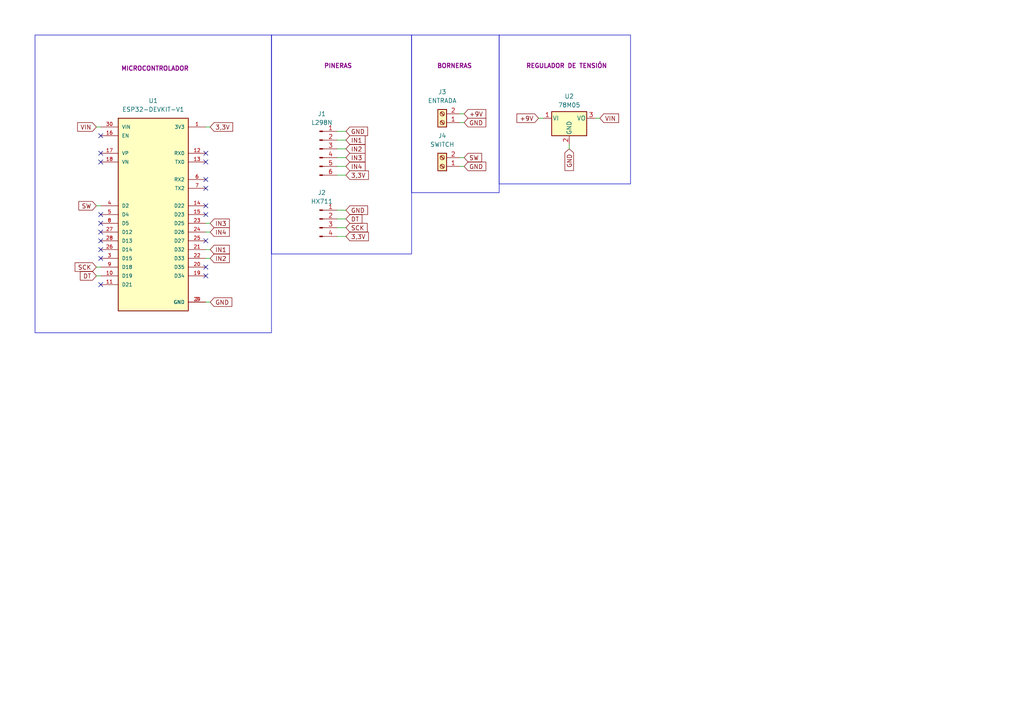
<source format=kicad_sch>
(kicad_sch
	(version 20231120)
	(generator "eeschema")
	(generator_version "8.0")
	(uuid "40b9939b-ef49-4794-951d-b625037df925")
	(paper "A4")
	(lib_symbols
		(symbol "Connector:Conn_01x04_Pin"
			(pin_names
				(offset 1.016) hide)
			(exclude_from_sim no)
			(in_bom yes)
			(on_board yes)
			(property "Reference" "J"
				(at 0 5.08 0)
				(effects
					(font
						(size 1.27 1.27)
					)
				)
			)
			(property "Value" "Conn_01x04_Pin"
				(at 0 -7.62 0)
				(effects
					(font
						(size 1.27 1.27)
					)
				)
			)
			(property "Footprint" ""
				(at 0 0 0)
				(effects
					(font
						(size 1.27 1.27)
					)
					(hide yes)
				)
			)
			(property "Datasheet" "~"
				(at 0 0 0)
				(effects
					(font
						(size 1.27 1.27)
					)
					(hide yes)
				)
			)
			(property "Description" "Generic connector, single row, 01x04, script generated"
				(at 0 0 0)
				(effects
					(font
						(size 1.27 1.27)
					)
					(hide yes)
				)
			)
			(property "ki_locked" ""
				(at 0 0 0)
				(effects
					(font
						(size 1.27 1.27)
					)
				)
			)
			(property "ki_keywords" "connector"
				(at 0 0 0)
				(effects
					(font
						(size 1.27 1.27)
					)
					(hide yes)
				)
			)
			(property "ki_fp_filters" "Connector*:*_1x??_*"
				(at 0 0 0)
				(effects
					(font
						(size 1.27 1.27)
					)
					(hide yes)
				)
			)
			(symbol "Conn_01x04_Pin_1_1"
				(polyline
					(pts
						(xy 1.27 -5.08) (xy 0.8636 -5.08)
					)
					(stroke
						(width 0.1524)
						(type default)
					)
					(fill
						(type none)
					)
				)
				(polyline
					(pts
						(xy 1.27 -2.54) (xy 0.8636 -2.54)
					)
					(stroke
						(width 0.1524)
						(type default)
					)
					(fill
						(type none)
					)
				)
				(polyline
					(pts
						(xy 1.27 0) (xy 0.8636 0)
					)
					(stroke
						(width 0.1524)
						(type default)
					)
					(fill
						(type none)
					)
				)
				(polyline
					(pts
						(xy 1.27 2.54) (xy 0.8636 2.54)
					)
					(stroke
						(width 0.1524)
						(type default)
					)
					(fill
						(type none)
					)
				)
				(rectangle
					(start 0.8636 -4.953)
					(end 0 -5.207)
					(stroke
						(width 0.1524)
						(type default)
					)
					(fill
						(type outline)
					)
				)
				(rectangle
					(start 0.8636 -2.413)
					(end 0 -2.667)
					(stroke
						(width 0.1524)
						(type default)
					)
					(fill
						(type outline)
					)
				)
				(rectangle
					(start 0.8636 0.127)
					(end 0 -0.127)
					(stroke
						(width 0.1524)
						(type default)
					)
					(fill
						(type outline)
					)
				)
				(rectangle
					(start 0.8636 2.667)
					(end 0 2.413)
					(stroke
						(width 0.1524)
						(type default)
					)
					(fill
						(type outline)
					)
				)
				(pin passive line
					(at 5.08 2.54 180)
					(length 3.81)
					(name "Pin_1"
						(effects
							(font
								(size 1.27 1.27)
							)
						)
					)
					(number "1"
						(effects
							(font
								(size 1.27 1.27)
							)
						)
					)
				)
				(pin passive line
					(at 5.08 0 180)
					(length 3.81)
					(name "Pin_2"
						(effects
							(font
								(size 1.27 1.27)
							)
						)
					)
					(number "2"
						(effects
							(font
								(size 1.27 1.27)
							)
						)
					)
				)
				(pin passive line
					(at 5.08 -2.54 180)
					(length 3.81)
					(name "Pin_3"
						(effects
							(font
								(size 1.27 1.27)
							)
						)
					)
					(number "3"
						(effects
							(font
								(size 1.27 1.27)
							)
						)
					)
				)
				(pin passive line
					(at 5.08 -5.08 180)
					(length 3.81)
					(name "Pin_4"
						(effects
							(font
								(size 1.27 1.27)
							)
						)
					)
					(number "4"
						(effects
							(font
								(size 1.27 1.27)
							)
						)
					)
				)
			)
		)
		(symbol "Connector:Conn_01x06_Pin"
			(pin_names
				(offset 1.016) hide)
			(exclude_from_sim no)
			(in_bom yes)
			(on_board yes)
			(property "Reference" "J"
				(at 0 7.62 0)
				(effects
					(font
						(size 1.27 1.27)
					)
				)
			)
			(property "Value" "Conn_01x06_Pin"
				(at 0 -10.16 0)
				(effects
					(font
						(size 1.27 1.27)
					)
				)
			)
			(property "Footprint" ""
				(at 0 0 0)
				(effects
					(font
						(size 1.27 1.27)
					)
					(hide yes)
				)
			)
			(property "Datasheet" "~"
				(at 0 0 0)
				(effects
					(font
						(size 1.27 1.27)
					)
					(hide yes)
				)
			)
			(property "Description" "Generic connector, single row, 01x06, script generated"
				(at 0 0 0)
				(effects
					(font
						(size 1.27 1.27)
					)
					(hide yes)
				)
			)
			(property "ki_locked" ""
				(at 0 0 0)
				(effects
					(font
						(size 1.27 1.27)
					)
				)
			)
			(property "ki_keywords" "connector"
				(at 0 0 0)
				(effects
					(font
						(size 1.27 1.27)
					)
					(hide yes)
				)
			)
			(property "ki_fp_filters" "Connector*:*_1x??_*"
				(at 0 0 0)
				(effects
					(font
						(size 1.27 1.27)
					)
					(hide yes)
				)
			)
			(symbol "Conn_01x06_Pin_1_1"
				(polyline
					(pts
						(xy 1.27 -7.62) (xy 0.8636 -7.62)
					)
					(stroke
						(width 0.1524)
						(type default)
					)
					(fill
						(type none)
					)
				)
				(polyline
					(pts
						(xy 1.27 -5.08) (xy 0.8636 -5.08)
					)
					(stroke
						(width 0.1524)
						(type default)
					)
					(fill
						(type none)
					)
				)
				(polyline
					(pts
						(xy 1.27 -2.54) (xy 0.8636 -2.54)
					)
					(stroke
						(width 0.1524)
						(type default)
					)
					(fill
						(type none)
					)
				)
				(polyline
					(pts
						(xy 1.27 0) (xy 0.8636 0)
					)
					(stroke
						(width 0.1524)
						(type default)
					)
					(fill
						(type none)
					)
				)
				(polyline
					(pts
						(xy 1.27 2.54) (xy 0.8636 2.54)
					)
					(stroke
						(width 0.1524)
						(type default)
					)
					(fill
						(type none)
					)
				)
				(polyline
					(pts
						(xy 1.27 5.08) (xy 0.8636 5.08)
					)
					(stroke
						(width 0.1524)
						(type default)
					)
					(fill
						(type none)
					)
				)
				(rectangle
					(start 0.8636 -7.493)
					(end 0 -7.747)
					(stroke
						(width 0.1524)
						(type default)
					)
					(fill
						(type outline)
					)
				)
				(rectangle
					(start 0.8636 -4.953)
					(end 0 -5.207)
					(stroke
						(width 0.1524)
						(type default)
					)
					(fill
						(type outline)
					)
				)
				(rectangle
					(start 0.8636 -2.413)
					(end 0 -2.667)
					(stroke
						(width 0.1524)
						(type default)
					)
					(fill
						(type outline)
					)
				)
				(rectangle
					(start 0.8636 0.127)
					(end 0 -0.127)
					(stroke
						(width 0.1524)
						(type default)
					)
					(fill
						(type outline)
					)
				)
				(rectangle
					(start 0.8636 2.667)
					(end 0 2.413)
					(stroke
						(width 0.1524)
						(type default)
					)
					(fill
						(type outline)
					)
				)
				(rectangle
					(start 0.8636 5.207)
					(end 0 4.953)
					(stroke
						(width 0.1524)
						(type default)
					)
					(fill
						(type outline)
					)
				)
				(pin passive line
					(at 5.08 5.08 180)
					(length 3.81)
					(name "Pin_1"
						(effects
							(font
								(size 1.27 1.27)
							)
						)
					)
					(number "1"
						(effects
							(font
								(size 1.27 1.27)
							)
						)
					)
				)
				(pin passive line
					(at 5.08 2.54 180)
					(length 3.81)
					(name "Pin_2"
						(effects
							(font
								(size 1.27 1.27)
							)
						)
					)
					(number "2"
						(effects
							(font
								(size 1.27 1.27)
							)
						)
					)
				)
				(pin passive line
					(at 5.08 0 180)
					(length 3.81)
					(name "Pin_3"
						(effects
							(font
								(size 1.27 1.27)
							)
						)
					)
					(number "3"
						(effects
							(font
								(size 1.27 1.27)
							)
						)
					)
				)
				(pin passive line
					(at 5.08 -2.54 180)
					(length 3.81)
					(name "Pin_4"
						(effects
							(font
								(size 1.27 1.27)
							)
						)
					)
					(number "4"
						(effects
							(font
								(size 1.27 1.27)
							)
						)
					)
				)
				(pin passive line
					(at 5.08 -5.08 180)
					(length 3.81)
					(name "Pin_5"
						(effects
							(font
								(size 1.27 1.27)
							)
						)
					)
					(number "5"
						(effects
							(font
								(size 1.27 1.27)
							)
						)
					)
				)
				(pin passive line
					(at 5.08 -7.62 180)
					(length 3.81)
					(name "Pin_6"
						(effects
							(font
								(size 1.27 1.27)
							)
						)
					)
					(number "6"
						(effects
							(font
								(size 1.27 1.27)
							)
						)
					)
				)
			)
		)
		(symbol "Connector:Screw_Terminal_01x02"
			(pin_names
				(offset 1.016) hide)
			(exclude_from_sim no)
			(in_bom yes)
			(on_board yes)
			(property "Reference" "J"
				(at 0 2.54 0)
				(effects
					(font
						(size 1.27 1.27)
					)
				)
			)
			(property "Value" "Screw_Terminal_01x02"
				(at 0 -5.08 0)
				(effects
					(font
						(size 1.27 1.27)
					)
				)
			)
			(property "Footprint" ""
				(at 0 0 0)
				(effects
					(font
						(size 1.27 1.27)
					)
					(hide yes)
				)
			)
			(property "Datasheet" "~"
				(at 0 0 0)
				(effects
					(font
						(size 1.27 1.27)
					)
					(hide yes)
				)
			)
			(property "Description" "Generic screw terminal, single row, 01x02, script generated (kicad-library-utils/schlib/autogen/connector/)"
				(at 0 0 0)
				(effects
					(font
						(size 1.27 1.27)
					)
					(hide yes)
				)
			)
			(property "ki_keywords" "screw terminal"
				(at 0 0 0)
				(effects
					(font
						(size 1.27 1.27)
					)
					(hide yes)
				)
			)
			(property "ki_fp_filters" "TerminalBlock*:*"
				(at 0 0 0)
				(effects
					(font
						(size 1.27 1.27)
					)
					(hide yes)
				)
			)
			(symbol "Screw_Terminal_01x02_1_1"
				(rectangle
					(start -1.27 1.27)
					(end 1.27 -3.81)
					(stroke
						(width 0.254)
						(type default)
					)
					(fill
						(type background)
					)
				)
				(circle
					(center 0 -2.54)
					(radius 0.635)
					(stroke
						(width 0.1524)
						(type default)
					)
					(fill
						(type none)
					)
				)
				(polyline
					(pts
						(xy -0.5334 -2.2098) (xy 0.3302 -3.048)
					)
					(stroke
						(width 0.1524)
						(type default)
					)
					(fill
						(type none)
					)
				)
				(polyline
					(pts
						(xy -0.5334 0.3302) (xy 0.3302 -0.508)
					)
					(stroke
						(width 0.1524)
						(type default)
					)
					(fill
						(type none)
					)
				)
				(polyline
					(pts
						(xy -0.3556 -2.032) (xy 0.508 -2.8702)
					)
					(stroke
						(width 0.1524)
						(type default)
					)
					(fill
						(type none)
					)
				)
				(polyline
					(pts
						(xy -0.3556 0.508) (xy 0.508 -0.3302)
					)
					(stroke
						(width 0.1524)
						(type default)
					)
					(fill
						(type none)
					)
				)
				(circle
					(center 0 0)
					(radius 0.635)
					(stroke
						(width 0.1524)
						(type default)
					)
					(fill
						(type none)
					)
				)
				(pin passive line
					(at -5.08 0 0)
					(length 3.81)
					(name "Pin_1"
						(effects
							(font
								(size 1.27 1.27)
							)
						)
					)
					(number "1"
						(effects
							(font
								(size 1.27 1.27)
							)
						)
					)
				)
				(pin passive line
					(at -5.08 -2.54 0)
					(length 3.81)
					(name "Pin_2"
						(effects
							(font
								(size 1.27 1.27)
							)
						)
					)
					(number "2"
						(effects
							(font
								(size 1.27 1.27)
							)
						)
					)
				)
			)
		)
		(symbol "ESP32-DEVKIT-V1:ESP32-DEVKIT-V1"
			(pin_names
				(offset 1.016)
			)
			(exclude_from_sim no)
			(in_bom yes)
			(on_board yes)
			(property "Reference" "U"
				(at -10.16 30.48 0)
				(effects
					(font
						(size 1.27 1.27)
					)
					(justify left top)
				)
			)
			(property "Value" "ESP32-DEVKIT-V1"
				(at -10.16 -30.48 0)
				(effects
					(font
						(size 1.27 1.27)
					)
					(justify left bottom)
				)
			)
			(property "Footprint" "ESP32-DEVKIT-V1:MODULE_ESP32_DEVKIT_V1"
				(at 0 0 0)
				(effects
					(font
						(size 1.27 1.27)
					)
					(justify bottom)
					(hide yes)
				)
			)
			(property "Datasheet" ""
				(at 0 0 0)
				(effects
					(font
						(size 1.27 1.27)
					)
					(hide yes)
				)
			)
			(property "Description" ""
				(at 0 0 0)
				(effects
					(font
						(size 1.27 1.27)
					)
					(hide yes)
				)
			)
			(property "MF" "Do it"
				(at 0 0 0)
				(effects
					(font
						(size 1.27 1.27)
					)
					(justify bottom)
					(hide yes)
				)
			)
			(property "MAXIMUM_PACKAGE_HEIGHT" "6.8 mm"
				(at 0 0 0)
				(effects
					(font
						(size 1.27 1.27)
					)
					(justify bottom)
					(hide yes)
				)
			)
			(property "Package" "None"
				(at 0 0 0)
				(effects
					(font
						(size 1.27 1.27)
					)
					(justify bottom)
					(hide yes)
				)
			)
			(property "Price" "None"
				(at 0 0 0)
				(effects
					(font
						(size 1.27 1.27)
					)
					(justify bottom)
					(hide yes)
				)
			)
			(property "Check_prices" "https://www.snapeda.com/parts/ESP32-DEVKIT-V1/Do+it/view-part/?ref=eda"
				(at 0 0 0)
				(effects
					(font
						(size 1.27 1.27)
					)
					(justify bottom)
					(hide yes)
				)
			)
			(property "STANDARD" "Manufacturer Recommendations"
				(at 0 0 0)
				(effects
					(font
						(size 1.27 1.27)
					)
					(justify bottom)
					(hide yes)
				)
			)
			(property "PARTREV" "N/A"
				(at 0 0 0)
				(effects
					(font
						(size 1.27 1.27)
					)
					(justify bottom)
					(hide yes)
				)
			)
			(property "SnapEDA_Link" "https://www.snapeda.com/parts/ESP32-DEVKIT-V1/Do+it/view-part/?ref=snap"
				(at 0 0 0)
				(effects
					(font
						(size 1.27 1.27)
					)
					(justify bottom)
					(hide yes)
				)
			)
			(property "MP" "ESP32-DEVKIT-V1"
				(at 0 0 0)
				(effects
					(font
						(size 1.27 1.27)
					)
					(justify bottom)
					(hide yes)
				)
			)
			(property "Description_1" "\n                        \n                            Dual core, Wi-Fi: 2.4 GHz up to 150 Mbits/s,BLE (Bluetooth Low Energy) and legacy Bluetooth, 32 bits, Up to 240 MHz\n                        \n"
				(at 0 0 0)
				(effects
					(font
						(size 1.27 1.27)
					)
					(justify bottom)
					(hide yes)
				)
			)
			(property "Availability" "Not in stock"
				(at 0 0 0)
				(effects
					(font
						(size 1.27 1.27)
					)
					(justify bottom)
					(hide yes)
				)
			)
			(property "MANUFACTURER" "DOIT"
				(at 0 0 0)
				(effects
					(font
						(size 1.27 1.27)
					)
					(justify bottom)
					(hide yes)
				)
			)
			(symbol "ESP32-DEVKIT-V1_0_0"
				(rectangle
					(start -10.16 -27.94)
					(end 10.16 27.94)
					(stroke
						(width 0.254)
						(type default)
					)
					(fill
						(type background)
					)
				)
				(pin output line
					(at 15.24 25.4 180)
					(length 5.08)
					(name "3V3"
						(effects
							(font
								(size 1.016 1.016)
							)
						)
					)
					(number "1"
						(effects
							(font
								(size 1.016 1.016)
							)
						)
					)
				)
				(pin bidirectional line
					(at -15.24 -17.78 0)
					(length 5.08)
					(name "D19"
						(effects
							(font
								(size 1.016 1.016)
							)
						)
					)
					(number "10"
						(effects
							(font
								(size 1.016 1.016)
							)
						)
					)
				)
				(pin bidirectional line
					(at -15.24 -20.32 0)
					(length 5.08)
					(name "D21"
						(effects
							(font
								(size 1.016 1.016)
							)
						)
					)
					(number "11"
						(effects
							(font
								(size 1.016 1.016)
							)
						)
					)
				)
				(pin input line
					(at 15.24 17.78 180)
					(length 5.08)
					(name "RX0"
						(effects
							(font
								(size 1.016 1.016)
							)
						)
					)
					(number "12"
						(effects
							(font
								(size 1.016 1.016)
							)
						)
					)
				)
				(pin output line
					(at 15.24 15.24 180)
					(length 5.08)
					(name "TX0"
						(effects
							(font
								(size 1.016 1.016)
							)
						)
					)
					(number "13"
						(effects
							(font
								(size 1.016 1.016)
							)
						)
					)
				)
				(pin bidirectional line
					(at 15.24 2.54 180)
					(length 5.08)
					(name "D22"
						(effects
							(font
								(size 1.016 1.016)
							)
						)
					)
					(number "14"
						(effects
							(font
								(size 1.016 1.016)
							)
						)
					)
				)
				(pin bidirectional line
					(at 15.24 0 180)
					(length 5.08)
					(name "D23"
						(effects
							(font
								(size 1.016 1.016)
							)
						)
					)
					(number "15"
						(effects
							(font
								(size 1.016 1.016)
							)
						)
					)
				)
				(pin input line
					(at -15.24 22.86 0)
					(length 5.08)
					(name "EN"
						(effects
							(font
								(size 1.016 1.016)
							)
						)
					)
					(number "16"
						(effects
							(font
								(size 1.016 1.016)
							)
						)
					)
				)
				(pin bidirectional line
					(at -15.24 17.78 0)
					(length 5.08)
					(name "VP"
						(effects
							(font
								(size 1.016 1.016)
							)
						)
					)
					(number "17"
						(effects
							(font
								(size 1.016 1.016)
							)
						)
					)
				)
				(pin bidirectional line
					(at -15.24 15.24 0)
					(length 5.08)
					(name "VN"
						(effects
							(font
								(size 1.016 1.016)
							)
						)
					)
					(number "18"
						(effects
							(font
								(size 1.016 1.016)
							)
						)
					)
				)
				(pin bidirectional line
					(at 15.24 -17.78 180)
					(length 5.08)
					(name "D34"
						(effects
							(font
								(size 1.016 1.016)
							)
						)
					)
					(number "19"
						(effects
							(font
								(size 1.016 1.016)
							)
						)
					)
				)
				(pin power_in line
					(at 15.24 -25.4 180)
					(length 5.08)
					(name "GND"
						(effects
							(font
								(size 1.016 1.016)
							)
						)
					)
					(number "2"
						(effects
							(font
								(size 1.016 1.016)
							)
						)
					)
				)
				(pin bidirectional line
					(at 15.24 -15.24 180)
					(length 5.08)
					(name "D35"
						(effects
							(font
								(size 1.016 1.016)
							)
						)
					)
					(number "20"
						(effects
							(font
								(size 1.016 1.016)
							)
						)
					)
				)
				(pin bidirectional line
					(at 15.24 -10.16 180)
					(length 5.08)
					(name "D32"
						(effects
							(font
								(size 1.016 1.016)
							)
						)
					)
					(number "21"
						(effects
							(font
								(size 1.016 1.016)
							)
						)
					)
				)
				(pin bidirectional line
					(at 15.24 -12.7 180)
					(length 5.08)
					(name "D33"
						(effects
							(font
								(size 1.016 1.016)
							)
						)
					)
					(number "22"
						(effects
							(font
								(size 1.016 1.016)
							)
						)
					)
				)
				(pin bidirectional line
					(at 15.24 -2.54 180)
					(length 5.08)
					(name "D25"
						(effects
							(font
								(size 1.016 1.016)
							)
						)
					)
					(number "23"
						(effects
							(font
								(size 1.016 1.016)
							)
						)
					)
				)
				(pin bidirectional line
					(at 15.24 -5.08 180)
					(length 5.08)
					(name "D26"
						(effects
							(font
								(size 1.016 1.016)
							)
						)
					)
					(number "24"
						(effects
							(font
								(size 1.016 1.016)
							)
						)
					)
				)
				(pin bidirectional line
					(at 15.24 -7.62 180)
					(length 5.08)
					(name "D27"
						(effects
							(font
								(size 1.016 1.016)
							)
						)
					)
					(number "25"
						(effects
							(font
								(size 1.016 1.016)
							)
						)
					)
				)
				(pin bidirectional line
					(at -15.24 -10.16 0)
					(length 5.08)
					(name "D14"
						(effects
							(font
								(size 1.016 1.016)
							)
						)
					)
					(number "26"
						(effects
							(font
								(size 1.016 1.016)
							)
						)
					)
				)
				(pin bidirectional line
					(at -15.24 -5.08 0)
					(length 5.08)
					(name "D12"
						(effects
							(font
								(size 1.016 1.016)
							)
						)
					)
					(number "27"
						(effects
							(font
								(size 1.016 1.016)
							)
						)
					)
				)
				(pin bidirectional line
					(at -15.24 -7.62 0)
					(length 5.08)
					(name "D13"
						(effects
							(font
								(size 1.016 1.016)
							)
						)
					)
					(number "28"
						(effects
							(font
								(size 1.016 1.016)
							)
						)
					)
				)
				(pin power_in line
					(at 15.24 -25.4 180)
					(length 5.08)
					(name "GND"
						(effects
							(font
								(size 1.016 1.016)
							)
						)
					)
					(number "29"
						(effects
							(font
								(size 1.016 1.016)
							)
						)
					)
				)
				(pin bidirectional line
					(at -15.24 -12.7 0)
					(length 5.08)
					(name "D15"
						(effects
							(font
								(size 1.016 1.016)
							)
						)
					)
					(number "3"
						(effects
							(font
								(size 1.016 1.016)
							)
						)
					)
				)
				(pin input line
					(at -15.24 25.4 0)
					(length 5.08)
					(name "VIN"
						(effects
							(font
								(size 1.016 1.016)
							)
						)
					)
					(number "30"
						(effects
							(font
								(size 1.016 1.016)
							)
						)
					)
				)
				(pin bidirectional line
					(at -15.24 2.54 0)
					(length 5.08)
					(name "D2"
						(effects
							(font
								(size 1.016 1.016)
							)
						)
					)
					(number "4"
						(effects
							(font
								(size 1.016 1.016)
							)
						)
					)
				)
				(pin bidirectional line
					(at -15.24 0 0)
					(length 5.08)
					(name "D4"
						(effects
							(font
								(size 1.016 1.016)
							)
						)
					)
					(number "5"
						(effects
							(font
								(size 1.016 1.016)
							)
						)
					)
				)
				(pin input line
					(at 15.24 10.16 180)
					(length 5.08)
					(name "RX2"
						(effects
							(font
								(size 1.016 1.016)
							)
						)
					)
					(number "6"
						(effects
							(font
								(size 1.016 1.016)
							)
						)
					)
				)
				(pin output line
					(at 15.24 7.62 180)
					(length 5.08)
					(name "TX2"
						(effects
							(font
								(size 1.016 1.016)
							)
						)
					)
					(number "7"
						(effects
							(font
								(size 1.016 1.016)
							)
						)
					)
				)
				(pin bidirectional line
					(at -15.24 -2.54 0)
					(length 5.08)
					(name "D5"
						(effects
							(font
								(size 1.016 1.016)
							)
						)
					)
					(number "8"
						(effects
							(font
								(size 1.016 1.016)
							)
						)
					)
				)
				(pin bidirectional line
					(at -15.24 -15.24 0)
					(length 5.08)
					(name "D18"
						(effects
							(font
								(size 1.016 1.016)
							)
						)
					)
					(number "9"
						(effects
							(font
								(size 1.016 1.016)
							)
						)
					)
				)
			)
		)
		(symbol "Regulator_Linear:KA78M05_TO252"
			(pin_names
				(offset 0.254)
			)
			(exclude_from_sim no)
			(in_bom yes)
			(on_board yes)
			(property "Reference" "U"
				(at -3.81 3.175 0)
				(effects
					(font
						(size 1.27 1.27)
					)
				)
			)
			(property "Value" "KA78M05_TO252"
				(at 0 3.175 0)
				(effects
					(font
						(size 1.27 1.27)
					)
					(justify left)
				)
			)
			(property "Footprint" "Package_TO_SOT_SMD:TO-252-2"
				(at 0 5.715 0)
				(effects
					(font
						(size 1.27 1.27)
						(italic yes)
					)
					(hide yes)
				)
			)
			(property "Datasheet" "https://www.onsemi.com/pub/Collateral/MC78M00-D.PDF"
				(at 0 -1.27 0)
				(effects
					(font
						(size 1.27 1.27)
					)
					(hide yes)
				)
			)
			(property "Description" "Positive 500mA 35V Linear Regulator, Fixed Output 5V, TO-252 (D-PAK)"
				(at 0 0 0)
				(effects
					(font
						(size 1.27 1.27)
					)
					(hide yes)
				)
			)
			(property "ki_keywords" "Voltage Regulator 500mA Positive"
				(at 0 0 0)
				(effects
					(font
						(size 1.27 1.27)
					)
					(hide yes)
				)
			)
			(property "ki_fp_filters" "TO?252*"
				(at 0 0 0)
				(effects
					(font
						(size 1.27 1.27)
					)
					(hide yes)
				)
			)
			(symbol "KA78M05_TO252_0_1"
				(rectangle
					(start -5.08 1.905)
					(end 5.08 -5.08)
					(stroke
						(width 0.254)
						(type default)
					)
					(fill
						(type background)
					)
				)
			)
			(symbol "KA78M05_TO252_1_1"
				(pin power_in line
					(at -7.62 0 0)
					(length 2.54)
					(name "VI"
						(effects
							(font
								(size 1.27 1.27)
							)
						)
					)
					(number "1"
						(effects
							(font
								(size 1.27 1.27)
							)
						)
					)
				)
				(pin power_in line
					(at 0 -7.62 90)
					(length 2.54)
					(name "GND"
						(effects
							(font
								(size 1.27 1.27)
							)
						)
					)
					(number "2"
						(effects
							(font
								(size 1.27 1.27)
							)
						)
					)
				)
				(pin power_out line
					(at 7.62 0 180)
					(length 2.54)
					(name "VO"
						(effects
							(font
								(size 1.27 1.27)
							)
						)
					)
					(number "3"
						(effects
							(font
								(size 1.27 1.27)
							)
						)
					)
				)
			)
		)
	)
	(no_connect
		(at 59.69 69.85)
		(uuid "1ee1dd61-605c-4b7c-ab3a-aa650140a5e3")
	)
	(no_connect
		(at 29.21 62.23)
		(uuid "214cb0ec-a3fb-471b-994b-7c81e6644fee")
	)
	(no_connect
		(at 59.69 46.99)
		(uuid "3d674412-48d2-4a57-9596-6c1256abf393")
	)
	(no_connect
		(at 59.69 77.47)
		(uuid "3fcd0c35-ea78-4475-a640-0ace9fdada62")
	)
	(no_connect
		(at 29.21 46.99)
		(uuid "48712c80-8c16-4c9e-b81b-08e8cbaba29e")
	)
	(no_connect
		(at 59.69 59.69)
		(uuid "51da4816-51f6-4315-a452-0c015be895d9")
	)
	(no_connect
		(at 29.21 69.85)
		(uuid "64e99b60-f2c3-4c2e-bf64-7f498c42ab3a")
	)
	(no_connect
		(at 59.69 62.23)
		(uuid "7dc8d543-af9f-4043-8b3a-5e5a954f1011")
	)
	(no_connect
		(at 29.21 72.39)
		(uuid "7f894e66-fdd6-4c81-a351-35e67ed06321")
	)
	(no_connect
		(at 29.21 74.93)
		(uuid "91bfd94d-abe6-4c03-9d6c-62c4d469ab6e")
	)
	(no_connect
		(at 59.69 80.01)
		(uuid "9c71291d-b8c6-4f2a-a2cf-fd60de512ab9")
	)
	(no_connect
		(at 59.69 54.61)
		(uuid "a96d6406-42a4-486a-b2b0-7537699505b2")
	)
	(no_connect
		(at 29.21 44.45)
		(uuid "b92ae2d1-2a1f-4327-8e94-546188689278")
	)
	(no_connect
		(at 29.21 39.37)
		(uuid "c67b2bed-c11c-4643-b608-fabbd28ca704")
	)
	(no_connect
		(at 29.21 67.31)
		(uuid "d305d061-8d5d-426f-aca3-64934e95d72b")
	)
	(no_connect
		(at 59.69 44.45)
		(uuid "d5b8023c-aa41-42e1-bed2-8708263c673c")
	)
	(no_connect
		(at 29.21 82.55)
		(uuid "d5d72f0b-d653-43d2-9451-e11c36dd52b2")
	)
	(no_connect
		(at 59.69 52.07)
		(uuid "d94b3f74-d487-4187-9b7f-b925a5a9519b")
	)
	(no_connect
		(at 29.21 64.77)
		(uuid "ee3d9513-a5c8-49d9-8b98-2e77c76569d4")
	)
	(wire
		(pts
			(xy 59.69 64.77) (xy 60.96 64.77)
		)
		(stroke
			(width 0)
			(type default)
		)
		(uuid "05748e94-57c3-41cb-ade9-7db69e670e36")
	)
	(wire
		(pts
			(xy 59.69 87.63) (xy 60.96 87.63)
		)
		(stroke
			(width 0)
			(type default)
		)
		(uuid "13e19b2f-6ba2-4e7c-8222-5663e3594060")
	)
	(wire
		(pts
			(xy 133.35 35.56) (xy 134.62 35.56)
		)
		(stroke
			(width 0)
			(type default)
		)
		(uuid "173cf3e9-ca1f-4a5e-bb61-29150f7d7131")
	)
	(wire
		(pts
			(xy 27.94 77.47) (xy 29.21 77.47)
		)
		(stroke
			(width 0)
			(type default)
		)
		(uuid "19d81aca-88fc-4643-8baf-f8392c7dd365")
	)
	(wire
		(pts
			(xy 59.69 74.93) (xy 60.96 74.93)
		)
		(stroke
			(width 0)
			(type default)
		)
		(uuid "222d9491-7c6a-4988-a336-35e5abb0c248")
	)
	(wire
		(pts
			(xy 133.35 48.26) (xy 134.62 48.26)
		)
		(stroke
			(width 0)
			(type default)
		)
		(uuid "277fbf33-615c-401b-be92-4f374ca66aa6")
	)
	(wire
		(pts
			(xy 156.21 34.29) (xy 157.48 34.29)
		)
		(stroke
			(width 0)
			(type default)
		)
		(uuid "2f61edc7-80c6-42b1-ab6d-2ba27963868c")
	)
	(wire
		(pts
			(xy 27.94 59.69) (xy 29.21 59.69)
		)
		(stroke
			(width 0)
			(type default)
		)
		(uuid "3aa0f32f-77ee-425d-beb1-1e064097a4a4")
	)
	(wire
		(pts
			(xy 97.79 38.1) (xy 100.33 38.1)
		)
		(stroke
			(width 0)
			(type default)
		)
		(uuid "43da61fa-b4eb-47c8-96ad-7d4974bed1df")
	)
	(wire
		(pts
			(xy 97.79 63.5) (xy 100.33 63.5)
		)
		(stroke
			(width 0)
			(type default)
		)
		(uuid "4ae919c4-408a-41a1-ad4a-a115ac26cd3f")
	)
	(wire
		(pts
			(xy 97.79 68.58) (xy 100.33 68.58)
		)
		(stroke
			(width 0)
			(type default)
		)
		(uuid "5eb3edbb-2ce5-4418-91c5-4fad4ffb1261")
	)
	(wire
		(pts
			(xy 133.35 45.72) (xy 134.62 45.72)
		)
		(stroke
			(width 0)
			(type default)
		)
		(uuid "63c6436f-ace1-4546-b85d-bd08b312f579")
	)
	(wire
		(pts
			(xy 97.79 45.72) (xy 100.33 45.72)
		)
		(stroke
			(width 0)
			(type default)
		)
		(uuid "68f327b0-cd4e-4d52-be2f-7d5abd5c70f1")
	)
	(wire
		(pts
			(xy 97.79 48.26) (xy 100.33 48.26)
		)
		(stroke
			(width 0)
			(type default)
		)
		(uuid "6cefd129-319e-473a-8090-dcff684baaeb")
	)
	(wire
		(pts
			(xy 97.79 43.18) (xy 100.33 43.18)
		)
		(stroke
			(width 0)
			(type default)
		)
		(uuid "7838b45c-2541-404a-98ea-2f7838a0b106")
	)
	(wire
		(pts
			(xy 59.69 36.83) (xy 60.96 36.83)
		)
		(stroke
			(width 0)
			(type default)
		)
		(uuid "8390fc04-9e94-4c93-bfb3-e14b82164cbe")
	)
	(wire
		(pts
			(xy 27.94 80.01) (xy 29.21 80.01)
		)
		(stroke
			(width 0)
			(type default)
		)
		(uuid "871c9a03-fabe-4f73-b15a-5c8ae0585711")
	)
	(wire
		(pts
			(xy 133.35 33.02) (xy 134.62 33.02)
		)
		(stroke
			(width 0)
			(type default)
		)
		(uuid "8dfd859f-937c-4b0a-ae9d-8d35b2830b38")
	)
	(wire
		(pts
			(xy 172.72 34.29) (xy 173.99 34.29)
		)
		(stroke
			(width 0)
			(type default)
		)
		(uuid "a0188004-ac80-476a-82d6-4316b051dad4")
	)
	(wire
		(pts
			(xy 97.79 50.8) (xy 100.33 50.8)
		)
		(stroke
			(width 0)
			(type default)
		)
		(uuid "a8f8e619-3eb9-42ec-95ee-40a5b4432df7")
	)
	(wire
		(pts
			(xy 97.79 40.64) (xy 100.33 40.64)
		)
		(stroke
			(width 0)
			(type default)
		)
		(uuid "a9a4b387-2e6c-46c2-b21f-10cd8906c319")
	)
	(wire
		(pts
			(xy 27.94 36.83) (xy 29.21 36.83)
		)
		(stroke
			(width 0)
			(type default)
		)
		(uuid "bc7edf72-0660-4312-9df9-ead38d1219e3")
	)
	(wire
		(pts
			(xy 97.79 60.96) (xy 100.33 60.96)
		)
		(stroke
			(width 0)
			(type default)
		)
		(uuid "c85fb6aa-a620-44d1-ab0a-67e76f601b27")
	)
	(wire
		(pts
			(xy 59.69 67.31) (xy 60.96 67.31)
		)
		(stroke
			(width 0)
			(type default)
		)
		(uuid "c9bee67e-f36d-44c3-ae10-334765f16fe8")
	)
	(wire
		(pts
			(xy 165.1 41.91) (xy 165.1 43.18)
		)
		(stroke
			(width 0)
			(type default)
		)
		(uuid "cdb08097-fef0-43df-a65b-9314160225d5")
	)
	(wire
		(pts
			(xy 59.69 72.39) (xy 60.96 72.39)
		)
		(stroke
			(width 0)
			(type default)
		)
		(uuid "eabeeb0e-98dc-4d92-8fcf-6b099467aff6")
	)
	(wire
		(pts
			(xy 97.79 66.04) (xy 100.33 66.04)
		)
		(stroke
			(width 0)
			(type default)
		)
		(uuid "fe13deba-4a08-494f-9549-b067c7a22c12")
	)
	(rectangle
		(start 119.38 10.16)
		(end 144.78 55.88)
		(stroke
			(width 0)
			(type default)
		)
		(fill
			(type none)
		)
		(uuid 011a1dad-afce-4a7b-babe-fe948980c808)
	)
	(rectangle
		(start 78.74 10.16)
		(end 119.38 73.66)
		(stroke
			(width 0)
			(type default)
		)
		(fill
			(type none)
		)
		(uuid 05e13ab1-a6b4-4eb9-badf-77047c042f94)
	)
	(rectangle
		(start 144.78 10.16)
		(end 182.88 53.34)
		(stroke
			(width 0)
			(type default)
		)
		(fill
			(type none)
		)
		(uuid cd90fd9c-c9ab-438d-b0ae-9d59955b7d2a)
	)
	(rectangle
		(start 10.16 10.16)
		(end 78.74 96.52)
		(stroke
			(width 0)
			(type default)
		)
		(fill
			(type none)
		)
		(uuid fae0d613-e2be-4cb7-a1b9-0c556416c169)
	)
	(text "BORNERAS"
		(exclude_from_sim no)
		(at 131.826 19.304 0)
		(effects
			(font
				(size 1.27 1.27)
				(bold yes)
				(color 132 0 132 1)
			)
		)
		(uuid "1061d6f8-77ca-430e-85df-00ba6b854394")
	)
	(text "REGULADOR DE TENSIÓN"
		(exclude_from_sim no)
		(at 164.338 19.304 0)
		(effects
			(font
				(size 1.27 1.27)
				(bold yes)
				(color 132 0 132 1)
			)
		)
		(uuid "170f2935-38dc-46bb-b8d7-7e0c5a2037fe")
	)
	(text "PINERAS"
		(exclude_from_sim no)
		(at 98.044 19.304 0)
		(effects
			(font
				(size 1.27 1.27)
				(bold yes)
				(color 132 0 132 1)
			)
		)
		(uuid "e18fd90e-36d0-4b0d-a593-2cdb3e672182")
	)
	(text "MICROCONTROLADOR"
		(exclude_from_sim no)
		(at 44.958 20.066 0)
		(effects
			(font
				(size 1.27 1.27)
				(thickness 0.254)
				(bold yes)
				(color 132 0 132 1)
			)
		)
		(uuid "f5090f9d-cdc5-4ec8-90bd-477506529a6f")
	)
	(global_label "3,3V"
		(shape input)
		(at 100.33 50.8 0)
		(fields_autoplaced yes)
		(effects
			(font
				(size 1.27 1.27)
			)
			(justify left)
		)
		(uuid "03a5e75b-791d-4a66-b457-992299385d39")
		(property "Intersheetrefs" "${INTERSHEET_REFS}"
			(at 107.4276 50.8 0)
			(effects
				(font
					(size 1.27 1.27)
				)
				(justify left)
				(hide yes)
			)
		)
	)
	(global_label "VIN"
		(shape input)
		(at 173.99 34.29 0)
		(fields_autoplaced yes)
		(effects
			(font
				(size 1.27 1.27)
			)
			(justify left)
		)
		(uuid "04f06393-ed1c-49fd-8a8a-b583bf8feb3a")
		(property "Intersheetrefs" "${INTERSHEET_REFS}"
			(at 179.9991 34.29 0)
			(effects
				(font
					(size 1.27 1.27)
				)
				(justify left)
				(hide yes)
			)
		)
	)
	(global_label "IN2"
		(shape input)
		(at 60.96 74.93 0)
		(fields_autoplaced yes)
		(effects
			(font
				(size 1.27 1.27)
			)
			(justify left)
		)
		(uuid "213fe5c2-806e-40ca-9166-ad8d6a443126")
		(property "Intersheetrefs" "${INTERSHEET_REFS}"
			(at 67.09 74.93 0)
			(effects
				(font
					(size 1.27 1.27)
				)
				(justify left)
				(hide yes)
			)
		)
	)
	(global_label "GND"
		(shape input)
		(at 60.96 87.63 0)
		(fields_autoplaced yes)
		(effects
			(font
				(size 1.27 1.27)
			)
			(justify left)
		)
		(uuid "226dfaee-6fe8-47ee-908d-c094c7ea9699")
		(property "Intersheetrefs" "${INTERSHEET_REFS}"
			(at 67.8157 87.63 0)
			(effects
				(font
					(size 1.27 1.27)
				)
				(justify left)
				(hide yes)
			)
		)
	)
	(global_label "GND"
		(shape input)
		(at 165.1 43.18 270)
		(fields_autoplaced yes)
		(effects
			(font
				(size 1.27 1.27)
			)
			(justify right)
		)
		(uuid "281fbff2-73ba-4ba2-ba59-6f80b6e377e4")
		(property "Intersheetrefs" "${INTERSHEET_REFS}"
			(at 165.1 50.0357 90)
			(effects
				(font
					(size 1.27 1.27)
				)
				(justify right)
				(hide yes)
			)
		)
	)
	(global_label "VIN"
		(shape input)
		(at 27.94 36.83 180)
		(fields_autoplaced yes)
		(effects
			(font
				(size 1.27 1.27)
			)
			(justify right)
		)
		(uuid "36b8728e-1177-4725-b619-a31a3b82c67d")
		(property "Intersheetrefs" "${INTERSHEET_REFS}"
			(at 21.9309 36.83 0)
			(effects
				(font
					(size 1.27 1.27)
				)
				(justify right)
				(hide yes)
			)
		)
	)
	(global_label "DT"
		(shape input)
		(at 27.94 80.01 180)
		(fields_autoplaced yes)
		(effects
			(font
				(size 1.27 1.27)
			)
			(justify right)
		)
		(uuid "40381476-9bf4-437d-b735-06e394b912be")
		(property "Intersheetrefs" "${INTERSHEET_REFS}"
			(at 22.7172 80.01 0)
			(effects
				(font
					(size 1.27 1.27)
				)
				(justify right)
				(hide yes)
			)
		)
	)
	(global_label "DT"
		(shape input)
		(at 100.33 63.5 0)
		(fields_autoplaced yes)
		(effects
			(font
				(size 1.27 1.27)
			)
			(justify left)
		)
		(uuid "449fd2f5-7933-4dd3-bb0e-355a7de92548")
		(property "Intersheetrefs" "${INTERSHEET_REFS}"
			(at 105.5528 63.5 0)
			(effects
				(font
					(size 1.27 1.27)
				)
				(justify left)
				(hide yes)
			)
		)
	)
	(global_label "GND"
		(shape input)
		(at 100.33 38.1 0)
		(fields_autoplaced yes)
		(effects
			(font
				(size 1.27 1.27)
			)
			(justify left)
		)
		(uuid "4993b6d2-4851-4b16-95f1-aaa6d2ce04d7")
		(property "Intersheetrefs" "${INTERSHEET_REFS}"
			(at 107.1857 38.1 0)
			(effects
				(font
					(size 1.27 1.27)
				)
				(justify left)
				(hide yes)
			)
		)
	)
	(global_label "IN1"
		(shape input)
		(at 60.96 72.39 0)
		(fields_autoplaced yes)
		(effects
			(font
				(size 1.27 1.27)
			)
			(justify left)
		)
		(uuid "532c3c97-5a5c-468e-a31d-2371c4f6a56a")
		(property "Intersheetrefs" "${INTERSHEET_REFS}"
			(at 67.09 72.39 0)
			(effects
				(font
					(size 1.27 1.27)
				)
				(justify left)
				(hide yes)
			)
		)
	)
	(global_label "SW"
		(shape input)
		(at 134.62 45.72 0)
		(fields_autoplaced yes)
		(effects
			(font
				(size 1.27 1.27)
			)
			(justify left)
		)
		(uuid "53d279d3-c46d-41c9-ace8-73a2199d59ef")
		(property "Intersheetrefs" "${INTERSHEET_REFS}"
			(at 140.2661 45.72 0)
			(effects
				(font
					(size 1.27 1.27)
				)
				(justify left)
				(hide yes)
			)
		)
	)
	(global_label "IN1"
		(shape input)
		(at 100.33 40.64 0)
		(fields_autoplaced yes)
		(effects
			(font
				(size 1.27 1.27)
			)
			(justify left)
		)
		(uuid "56bba477-f7fd-4f17-ad46-15fe101f3d1b")
		(property "Intersheetrefs" "${INTERSHEET_REFS}"
			(at 106.46 40.64 0)
			(effects
				(font
					(size 1.27 1.27)
				)
				(justify left)
				(hide yes)
			)
		)
	)
	(global_label "IN3"
		(shape input)
		(at 100.33 45.72 0)
		(fields_autoplaced yes)
		(effects
			(font
				(size 1.27 1.27)
			)
			(justify left)
		)
		(uuid "59e069e7-76c1-453d-bcce-7cdb8c20b663")
		(property "Intersheetrefs" "${INTERSHEET_REFS}"
			(at 106.46 45.72 0)
			(effects
				(font
					(size 1.27 1.27)
				)
				(justify left)
				(hide yes)
			)
		)
	)
	(global_label "SCK"
		(shape input)
		(at 27.94 77.47 180)
		(fields_autoplaced yes)
		(effects
			(font
				(size 1.27 1.27)
			)
			(justify right)
		)
		(uuid "59e0f9e1-8723-4d40-9003-440a7d97f387")
		(property "Intersheetrefs" "${INTERSHEET_REFS}"
			(at 21.2053 77.47 0)
			(effects
				(font
					(size 1.27 1.27)
				)
				(justify right)
				(hide yes)
			)
		)
	)
	(global_label "+9V"
		(shape input)
		(at 134.62 33.02 0)
		(fields_autoplaced yes)
		(effects
			(font
				(size 1.27 1.27)
			)
			(justify left)
		)
		(uuid "63c2ef4e-e7ba-41ea-afe6-7f82922a1ab9")
		(property "Intersheetrefs" "${INTERSHEET_REFS}"
			(at 141.4757 33.02 0)
			(effects
				(font
					(size 1.27 1.27)
				)
				(justify left)
				(hide yes)
			)
		)
	)
	(global_label "IN3"
		(shape input)
		(at 60.96 64.77 0)
		(fields_autoplaced yes)
		(effects
			(font
				(size 1.27 1.27)
			)
			(justify left)
		)
		(uuid "6dcc6d6f-a0e7-479f-8e7d-3648e4e12667")
		(property "Intersheetrefs" "${INTERSHEET_REFS}"
			(at 67.09 64.77 0)
			(effects
				(font
					(size 1.27 1.27)
				)
				(justify left)
				(hide yes)
			)
		)
	)
	(global_label "3,3V"
		(shape input)
		(at 60.96 36.83 0)
		(fields_autoplaced yes)
		(effects
			(font
				(size 1.27 1.27)
			)
			(justify left)
		)
		(uuid "785c3cad-5d34-430d-8cd8-88e61cb3c252")
		(property "Intersheetrefs" "${INTERSHEET_REFS}"
			(at 68.0576 36.83 0)
			(effects
				(font
					(size 1.27 1.27)
				)
				(justify left)
				(hide yes)
			)
		)
	)
	(global_label "+9V"
		(shape input)
		(at 156.21 34.29 180)
		(fields_autoplaced yes)
		(effects
			(font
				(size 1.27 1.27)
			)
			(justify right)
		)
		(uuid "84272b58-9bae-4674-939a-5a46d8f9cc7a")
		(property "Intersheetrefs" "${INTERSHEET_REFS}"
			(at 149.3543 34.29 0)
			(effects
				(font
					(size 1.27 1.27)
				)
				(justify right)
				(hide yes)
			)
		)
	)
	(global_label "IN2"
		(shape input)
		(at 100.33 43.18 0)
		(fields_autoplaced yes)
		(effects
			(font
				(size 1.27 1.27)
			)
			(justify left)
		)
		(uuid "941a9059-c35b-4678-a70e-3d9dc055762b")
		(property "Intersheetrefs" "${INTERSHEET_REFS}"
			(at 106.46 43.18 0)
			(effects
				(font
					(size 1.27 1.27)
				)
				(justify left)
				(hide yes)
			)
		)
	)
	(global_label "3,3V"
		(shape input)
		(at 100.33 68.58 0)
		(fields_autoplaced yes)
		(effects
			(font
				(size 1.27 1.27)
			)
			(justify left)
		)
		(uuid "9ad33086-4467-4e88-913e-a86d47724e25")
		(property "Intersheetrefs" "${INTERSHEET_REFS}"
			(at 107.4276 68.58 0)
			(effects
				(font
					(size 1.27 1.27)
				)
				(justify left)
				(hide yes)
			)
		)
	)
	(global_label "SW"
		(shape input)
		(at 27.94 59.69 180)
		(fields_autoplaced yes)
		(effects
			(font
				(size 1.27 1.27)
			)
			(justify right)
		)
		(uuid "ae462ea1-4d44-4cfd-a49d-8b235e34cfe7")
		(property "Intersheetrefs" "${INTERSHEET_REFS}"
			(at 22.2939 59.69 0)
			(effects
				(font
					(size 1.27 1.27)
				)
				(justify right)
				(hide yes)
			)
		)
	)
	(global_label "GND"
		(shape input)
		(at 100.33 60.96 0)
		(fields_autoplaced yes)
		(effects
			(font
				(size 1.27 1.27)
			)
			(justify left)
		)
		(uuid "b16d8fdd-7aeb-46b7-936e-13d1cf3ff4cf")
		(property "Intersheetrefs" "${INTERSHEET_REFS}"
			(at 107.1857 60.96 0)
			(effects
				(font
					(size 1.27 1.27)
				)
				(justify left)
				(hide yes)
			)
		)
	)
	(global_label "IN4"
		(shape input)
		(at 60.96 67.31 0)
		(fields_autoplaced yes)
		(effects
			(font
				(size 1.27 1.27)
			)
			(justify left)
		)
		(uuid "b65975f4-9cb7-4577-8bfb-26df5de1c2e4")
		(property "Intersheetrefs" "${INTERSHEET_REFS}"
			(at 67.09 67.31 0)
			(effects
				(font
					(size 1.27 1.27)
				)
				(justify left)
				(hide yes)
			)
		)
	)
	(global_label "GND"
		(shape input)
		(at 134.62 48.26 0)
		(fields_autoplaced yes)
		(effects
			(font
				(size 1.27 1.27)
			)
			(justify left)
		)
		(uuid "d300e8c4-6eb6-4c85-abcb-7ccb35ebac2f")
		(property "Intersheetrefs" "${INTERSHEET_REFS}"
			(at 141.4757 48.26 0)
			(effects
				(font
					(size 1.27 1.27)
				)
				(justify left)
				(hide yes)
			)
		)
	)
	(global_label "GND"
		(shape input)
		(at 134.62 35.56 0)
		(fields_autoplaced yes)
		(effects
			(font
				(size 1.27 1.27)
			)
			(justify left)
		)
		(uuid "e7201537-a5ac-4d0f-ab12-116439583246")
		(property "Intersheetrefs" "${INTERSHEET_REFS}"
			(at 141.4757 35.56 0)
			(effects
				(font
					(size 1.27 1.27)
				)
				(justify left)
				(hide yes)
			)
		)
	)
	(global_label "SCK"
		(shape input)
		(at 100.33 66.04 0)
		(fields_autoplaced yes)
		(effects
			(font
				(size 1.27 1.27)
			)
			(justify left)
		)
		(uuid "e928aec6-0693-47c0-bc12-ef958167392a")
		(property "Intersheetrefs" "${INTERSHEET_REFS}"
			(at 107.0647 66.04 0)
			(effects
				(font
					(size 1.27 1.27)
				)
				(justify left)
				(hide yes)
			)
		)
	)
	(global_label "IN4"
		(shape input)
		(at 100.33 48.26 0)
		(fields_autoplaced yes)
		(effects
			(font
				(size 1.27 1.27)
			)
			(justify left)
		)
		(uuid "fc054dd5-213b-42b1-a2ad-593226be941e")
		(property "Intersheetrefs" "${INTERSHEET_REFS}"
			(at 106.46 48.26 0)
			(effects
				(font
					(size 1.27 1.27)
				)
				(justify left)
				(hide yes)
			)
		)
	)
	(symbol
		(lib_id "Connector:Conn_01x04_Pin")
		(at 92.71 63.5 0)
		(unit 1)
		(exclude_from_sim no)
		(in_bom yes)
		(on_board yes)
		(dnp no)
		(fields_autoplaced yes)
		(uuid "1a4bbda0-cbd2-4b2c-9820-f360ac3429ab")
		(property "Reference" "J2"
			(at 93.345 55.88 0)
			(effects
				(font
					(size 1.27 1.27)
				)
			)
		)
		(property "Value" "HX711"
			(at 93.345 58.42 0)
			(effects
				(font
					(size 1.27 1.27)
				)
			)
		)
		(property "Footprint" "Connector_PinHeader_2.54mm:PinHeader_1x04_P2.54mm_Vertical"
			(at 92.71 63.5 0)
			(effects
				(font
					(size 1.27 1.27)
				)
				(hide yes)
			)
		)
		(property "Datasheet" "~"
			(at 92.71 63.5 0)
			(effects
				(font
					(size 1.27 1.27)
				)
				(hide yes)
			)
		)
		(property "Description" "Generic connector, single row, 01x04, script generated"
			(at 92.71 63.5 0)
			(effects
				(font
					(size 1.27 1.27)
				)
				(hide yes)
			)
		)
		(pin "1"
			(uuid "5b755c93-8cbd-4d31-adb0-d2df6b25a910")
		)
		(pin "4"
			(uuid "318347ec-eb99-415b-83fa-8d5fa482b474")
		)
		(pin "3"
			(uuid "58811729-aa2c-4200-8084-9784168aa30b")
		)
		(pin "2"
			(uuid "28c48217-1ca2-45a3-8cba-3142935d426c")
		)
		(instances
			(project "aquatic _v5_final_ojala_que_si"
				(path "/40b9939b-ef49-4794-951d-b625037df925"
					(reference "J2")
					(unit 1)
				)
			)
		)
	)
	(symbol
		(lib_id "Connector:Conn_01x06_Pin")
		(at 92.71 43.18 0)
		(unit 1)
		(exclude_from_sim no)
		(in_bom yes)
		(on_board yes)
		(dnp no)
		(fields_autoplaced yes)
		(uuid "42efd5c7-103e-4408-a39e-bdc5dae3bbf4")
		(property "Reference" "J1"
			(at 93.345 33.02 0)
			(effects
				(font
					(size 1.27 1.27)
				)
			)
		)
		(property "Value" "L298N"
			(at 93.345 35.56 0)
			(effects
				(font
					(size 1.27 1.27)
				)
			)
		)
		(property "Footprint" "Connector_PinHeader_2.54mm:PinHeader_1x06_P2.54mm_Vertical"
			(at 92.71 43.18 0)
			(effects
				(font
					(size 1.27 1.27)
				)
				(hide yes)
			)
		)
		(property "Datasheet" "~"
			(at 92.71 43.18 0)
			(effects
				(font
					(size 1.27 1.27)
				)
				(hide yes)
			)
		)
		(property "Description" "Generic connector, single row, 01x06, script generated"
			(at 92.71 43.18 0)
			(effects
				(font
					(size 1.27 1.27)
				)
				(hide yes)
			)
		)
		(pin "2"
			(uuid "b18989a2-dc54-4851-a8dc-5e4d27c249fe")
		)
		(pin "3"
			(uuid "bf59e627-b86d-4a99-aa6e-dd8e39db587a")
		)
		(pin "6"
			(uuid "b344c98a-e3f1-4956-8c9d-fdcf5e4b4e0d")
		)
		(pin "5"
			(uuid "954e2f9f-693a-47ea-981f-e592d23a36e7")
		)
		(pin "1"
			(uuid "b0afc3b6-b885-43bb-bc42-fdae7191aa37")
		)
		(pin "4"
			(uuid "73b8baff-624a-4201-a31d-9cc89b441cb3")
		)
		(instances
			(project "aquatic _v5_final_ojala_que_si"
				(path "/40b9939b-ef49-4794-951d-b625037df925"
					(reference "J1")
					(unit 1)
				)
			)
		)
	)
	(symbol
		(lib_id "Regulator_Linear:KA78M05_TO252")
		(at 165.1 34.29 0)
		(unit 1)
		(exclude_from_sim no)
		(in_bom yes)
		(on_board yes)
		(dnp no)
		(fields_autoplaced yes)
		(uuid "5323ccda-1fa2-4e9b-bc97-e3fb6eb8c50e")
		(property "Reference" "U2"
			(at 165.1 27.94 0)
			(effects
				(font
					(size 1.27 1.27)
				)
			)
		)
		(property "Value" "78M05"
			(at 165.1 30.48 0)
			(effects
				(font
					(size 1.27 1.27)
				)
			)
		)
		(property "Footprint" "Package_TO_SOT_SMD:TO-252-2"
			(at 165.1 28.575 0)
			(effects
				(font
					(size 1.27 1.27)
					(italic yes)
				)
				(hide yes)
			)
		)
		(property "Datasheet" "https://www.onsemi.com/pub/Collateral/MC78M00-D.PDF"
			(at 165.1 35.56 0)
			(effects
				(font
					(size 1.27 1.27)
				)
				(hide yes)
			)
		)
		(property "Description" "Positive 500mA 35V Linear Regulator, Fixed Output 5V, TO-252 (D-PAK)"
			(at 165.1 34.29 0)
			(effects
				(font
					(size 1.27 1.27)
				)
				(hide yes)
			)
		)
		(pin "2"
			(uuid "fe9b71d0-4caf-4815-8d01-03007a294b64")
		)
		(pin "3"
			(uuid "c1f982f7-63dd-4ef3-a449-1e4aabb82916")
		)
		(pin "1"
			(uuid "9b73ab3a-b2b5-4f56-a311-8ddcb1f88fe5")
		)
		(instances
			(project "aquatic _v5_final_ojala_que_si"
				(path "/40b9939b-ef49-4794-951d-b625037df925"
					(reference "U2")
					(unit 1)
				)
			)
		)
	)
	(symbol
		(lib_id "ESP32-DEVKIT-V1:ESP32-DEVKIT-V1")
		(at 44.45 62.23 0)
		(unit 1)
		(exclude_from_sim no)
		(in_bom yes)
		(on_board yes)
		(dnp no)
		(fields_autoplaced yes)
		(uuid "6138c087-fc3f-4aa7-b743-74bcc473c3c8")
		(property "Reference" "U1"
			(at 44.45 29.21 0)
			(effects
				(font
					(size 1.27 1.27)
				)
			)
		)
		(property "Value" "ESP32-DEVKIT-V1"
			(at 44.45 31.75 0)
			(effects
				(font
					(size 1.27 1.27)
				)
			)
		)
		(property "Footprint" "ESP32-DEVKIT-V1:MODULE_ESP32_DEVKIT_V1"
			(at 44.45 62.23 0)
			(effects
				(font
					(size 1.27 1.27)
				)
				(justify bottom)
				(hide yes)
			)
		)
		(property "Datasheet" ""
			(at 44.45 62.23 0)
			(effects
				(font
					(size 1.27 1.27)
				)
				(hide yes)
			)
		)
		(property "Description" ""
			(at 44.45 62.23 0)
			(effects
				(font
					(size 1.27 1.27)
				)
				(hide yes)
			)
		)
		(property "MF" "Do it"
			(at 44.45 62.23 0)
			(effects
				(font
					(size 1.27 1.27)
				)
				(justify bottom)
				(hide yes)
			)
		)
		(property "MAXIMUM_PACKAGE_HEIGHT" "6.8 mm"
			(at 44.45 62.23 0)
			(effects
				(font
					(size 1.27 1.27)
				)
				(justify bottom)
				(hide yes)
			)
		)
		(property "Package" "None"
			(at 44.45 62.23 0)
			(effects
				(font
					(size 1.27 1.27)
				)
				(justify bottom)
				(hide yes)
			)
		)
		(property "Price" "None"
			(at 44.45 62.23 0)
			(effects
				(font
					(size 1.27 1.27)
				)
				(justify bottom)
				(hide yes)
			)
		)
		(property "Check_prices" "https://www.snapeda.com/parts/ESP32-DEVKIT-V1/Do+it/view-part/?ref=eda"
			(at 44.45 62.23 0)
			(effects
				(font
					(size 1.27 1.27)
				)
				(justify bottom)
				(hide yes)
			)
		)
		(property "STANDARD" "Manufacturer Recommendations"
			(at 44.45 62.23 0)
			(effects
				(font
					(size 1.27 1.27)
				)
				(justify bottom)
				(hide yes)
			)
		)
		(property "PARTREV" "N/A"
			(at 44.45 62.23 0)
			(effects
				(font
					(size 1.27 1.27)
				)
				(justify bottom)
				(hide yes)
			)
		)
		(property "SnapEDA_Link" "https://www.snapeda.com/parts/ESP32-DEVKIT-V1/Do+it/view-part/?ref=snap"
			(at 44.45 62.23 0)
			(effects
				(font
					(size 1.27 1.27)
				)
				(justify bottom)
				(hide yes)
			)
		)
		(property "MP" "ESP32-DEVKIT-V1"
			(at 44.45 62.23 0)
			(effects
				(font
					(size 1.27 1.27)
				)
				(justify bottom)
				(hide yes)
			)
		)
		(property "Description_1" "\n                        \n                            Dual core, Wi-Fi: 2.4 GHz up to 150 Mbits/s,BLE (Bluetooth Low Energy) and legacy Bluetooth, 32 bits, Up to 240 MHz\n                        \n"
			(at 44.45 62.23 0)
			(effects
				(font
					(size 1.27 1.27)
				)
				(justify bottom)
				(hide yes)
			)
		)
		(property "Availability" "Not in stock"
			(at 44.45 62.23 0)
			(effects
				(font
					(size 1.27 1.27)
				)
				(justify bottom)
				(hide yes)
			)
		)
		(property "MANUFACTURER" "DOIT"
			(at 44.45 62.23 0)
			(effects
				(font
					(size 1.27 1.27)
				)
				(justify bottom)
				(hide yes)
			)
		)
		(pin "7"
			(uuid "6238b5dc-1ba2-48ed-9f3a-b8bdf481fd90")
		)
		(pin "19"
			(uuid "60a630b5-1c63-40ee-81cd-5d5b471e96a4")
		)
		(pin "14"
			(uuid "120b30e6-f9af-4dbf-aa0b-7ac4eb2a4995")
		)
		(pin "26"
			(uuid "12a33196-594c-4bb1-b6f9-a5944db13b93")
		)
		(pin "9"
			(uuid "a469ef0c-4c77-4e1f-8c74-2bb5cecd880c")
		)
		(pin "15"
			(uuid "81139f54-87e8-4a41-8e8a-4f7f91e26ffa")
		)
		(pin "18"
			(uuid "05065718-aef1-4590-9af1-03a8b75abbc4")
		)
		(pin "30"
			(uuid "b98877ea-8614-4a60-b279-7c7fcc3f647d")
		)
		(pin "27"
			(uuid "bf10644d-5431-4f3e-ac94-b71e1a2cd9d1")
		)
		(pin "20"
			(uuid "51b7b0c4-4c43-42ea-95db-3da9ae2ef411")
		)
		(pin "5"
			(uuid "cba0e4c0-f880-4a50-8be0-008ba87eef65")
		)
		(pin "13"
			(uuid "b4d361cc-c695-4eeb-a9d0-5caf788fa2e9")
		)
		(pin "24"
			(uuid "e16e6733-0aa6-4e8f-8c5a-a5a048520e03")
		)
		(pin "21"
			(uuid "a4a3f46b-b543-4879-83ec-0dafccb8dc75")
		)
		(pin "23"
			(uuid "a2e96036-4ce8-407d-9c22-a2b05fcc4b80")
		)
		(pin "11"
			(uuid "3f7e8fe6-d712-46b4-a5eb-ef50eb463420")
		)
		(pin "25"
			(uuid "2ff15005-fbab-4d28-81c4-d701a68bb79b")
		)
		(pin "10"
			(uuid "7c047016-e7b2-4f85-bdb1-9cf9aa4f9db3")
		)
		(pin "17"
			(uuid "e1d6dd21-e40f-4010-9204-60116aa33f2b")
		)
		(pin "22"
			(uuid "417afe23-99b4-435e-be3b-9a4117156686")
		)
		(pin "16"
			(uuid "8bd27c1d-ca32-4af6-8f2c-ce48eb793f92")
		)
		(pin "3"
			(uuid "765197a4-912c-4677-b2b9-afefdcdfc99f")
		)
		(pin "29"
			(uuid "7f7bfe88-51ac-4d0f-ad90-1560d6901667")
		)
		(pin "2"
			(uuid "5b590f9e-9b3d-4dcb-90e1-22599ba3f00b")
		)
		(pin "8"
			(uuid "c4405578-0bbd-4f5a-b780-6385e6996832")
		)
		(pin "6"
			(uuid "ae1a0fe4-5a77-4639-9dac-a1fff1c30711")
		)
		(pin "1"
			(uuid "23dd5466-6e34-4f30-b103-0eed50a99be4")
		)
		(pin "4"
			(uuid "98c0ef1a-07fe-4bae-81b4-222481d1c42b")
		)
		(pin "12"
			(uuid "b39f39dd-28e7-41a3-9255-bbcba7a62a7a")
		)
		(pin "28"
			(uuid "eb889e68-d89d-4d91-aa72-b7cad2638022")
		)
		(instances
			(project "aquatic _v5_final_ojala_que_si"
				(path "/40b9939b-ef49-4794-951d-b625037df925"
					(reference "U1")
					(unit 1)
				)
			)
		)
	)
	(symbol
		(lib_id "Connector:Screw_Terminal_01x02")
		(at 128.27 35.56 180)
		(unit 1)
		(exclude_from_sim no)
		(in_bom yes)
		(on_board yes)
		(dnp no)
		(fields_autoplaced yes)
		(uuid "d327de3a-7593-4556-b3ec-0ee97eb5a4cf")
		(property "Reference" "J3"
			(at 128.27 26.67 0)
			(effects
				(font
					(size 1.27 1.27)
				)
			)
		)
		(property "Value" "ENTRADA"
			(at 128.27 29.21 0)
			(effects
				(font
					(size 1.27 1.27)
				)
			)
		)
		(property "Footprint" "EESTN5:BORNERA2_AZUL"
			(at 128.27 35.56 0)
			(effects
				(font
					(size 1.27 1.27)
				)
				(hide yes)
			)
		)
		(property "Datasheet" "~"
			(at 128.27 35.56 0)
			(effects
				(font
					(size 1.27 1.27)
				)
				(hide yes)
			)
		)
		(property "Description" "Generic screw terminal, single row, 01x02, script generated (kicad-library-utils/schlib/autogen/connector/)"
			(at 128.27 35.56 0)
			(effects
				(font
					(size 1.27 1.27)
				)
				(hide yes)
			)
		)
		(pin "1"
			(uuid "c293d6e3-16c5-4264-82a1-b8a1d8f5e2dc")
		)
		(pin "2"
			(uuid "85da4c9f-b2a7-49a4-81fb-dc8194a38dff")
		)
		(instances
			(project "aquatic _v5_final_ojala_que_si"
				(path "/40b9939b-ef49-4794-951d-b625037df925"
					(reference "J3")
					(unit 1)
				)
			)
		)
	)
	(symbol
		(lib_id "Connector:Screw_Terminal_01x02")
		(at 128.27 48.26 180)
		(unit 1)
		(exclude_from_sim no)
		(in_bom yes)
		(on_board yes)
		(dnp no)
		(fields_autoplaced yes)
		(uuid "f24222c7-8812-4381-b0ea-c6af602a6ce9")
		(property "Reference" "J4"
			(at 128.27 39.37 0)
			(effects
				(font
					(size 1.27 1.27)
				)
			)
		)
		(property "Value" "SWITCH"
			(at 128.27 41.91 0)
			(effects
				(font
					(size 1.27 1.27)
				)
			)
		)
		(property "Footprint" "EESTN5:BORNERA2_AZUL"
			(at 128.27 48.26 0)
			(effects
				(font
					(size 1.27 1.27)
				)
				(hide yes)
			)
		)
		(property "Datasheet" "~"
			(at 128.27 48.26 0)
			(effects
				(font
					(size 1.27 1.27)
				)
				(hide yes)
			)
		)
		(property "Description" "Generic screw terminal, single row, 01x02, script generated (kicad-library-utils/schlib/autogen/connector/)"
			(at 128.27 48.26 0)
			(effects
				(font
					(size 1.27 1.27)
				)
				(hide yes)
			)
		)
		(pin "1"
			(uuid "0e17b0b4-2ed3-4c10-87dc-a7340ed480e0")
		)
		(pin "2"
			(uuid "e024efd6-dd87-44d5-b55a-dfb8552c540d")
		)
		(instances
			(project "aquatic _v5_final_ojala_que_si"
				(path "/40b9939b-ef49-4794-951d-b625037df925"
					(reference "J4")
					(unit 1)
				)
			)
		)
	)
	(sheet_instances
		(path "/"
			(page "1")
		)
	)
)
</source>
